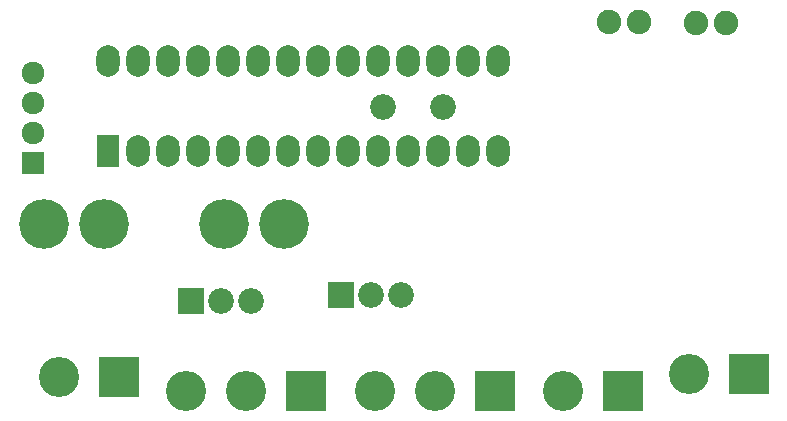
<source format=gts>
G04 (created by PCBNEW (2013-07-07 BZR 4022)-stable) date 10/09/2014 21:53:45*
%MOIN*%
G04 Gerber Fmt 3.4, Leading zero omitted, Abs format*
%FSLAX34Y34*%
G01*
G70*
G90*
G04 APERTURE LIST*
%ADD10C,0.00393701*%
%ADD11C,0.085748*%
%ADD12R,0.085748X0.085748*%
%ADD13C,0.165748*%
%ADD14O,0.077748X0.105748*%
%ADD15R,0.077748X0.105748*%
%ADD16R,0.133848X0.133848*%
%ADD17C,0.133848*%
%ADD18R,0.075748X0.075748*%
%ADD19C,0.075748*%
%ADD20C,0.081748*%
G04 APERTURE END LIST*
G54D10*
G54D11*
X68700Y-42500D03*
X67700Y-42500D03*
G54D12*
X66700Y-42500D03*
G54D13*
X56800Y-40150D03*
X58800Y-40150D03*
X62800Y-40150D03*
X64800Y-40150D03*
G54D11*
X68100Y-36250D03*
X70100Y-36250D03*
G54D14*
X59950Y-37700D03*
X60950Y-37700D03*
X61950Y-37700D03*
X62950Y-37700D03*
X63950Y-37700D03*
X64950Y-37700D03*
X65950Y-37700D03*
X66950Y-37700D03*
X67950Y-37700D03*
X68950Y-37700D03*
X69950Y-37700D03*
X70950Y-37700D03*
X71950Y-37700D03*
G54D15*
X58950Y-37700D03*
G54D14*
X71950Y-34700D03*
X70950Y-34700D03*
X69950Y-34700D03*
X68950Y-34700D03*
X67950Y-34700D03*
X66950Y-34700D03*
X65950Y-34700D03*
X64950Y-34700D03*
X63950Y-34700D03*
X62950Y-34700D03*
X61950Y-34700D03*
X60950Y-34700D03*
X59950Y-34700D03*
X58950Y-34700D03*
G54D16*
X59300Y-45250D03*
G54D17*
X57300Y-45250D03*
G54D16*
X71850Y-45700D03*
G54D17*
X69850Y-45700D03*
X67850Y-45700D03*
G54D16*
X65550Y-45700D03*
G54D17*
X63550Y-45700D03*
X61550Y-45700D03*
G54D18*
X56450Y-38100D03*
G54D19*
X56450Y-37100D03*
X56450Y-36100D03*
X56450Y-35100D03*
G54D16*
X80300Y-45150D03*
G54D17*
X78300Y-45150D03*
G54D20*
X78550Y-33450D03*
X79550Y-33450D03*
X75650Y-33400D03*
X76650Y-33400D03*
G54D16*
X76100Y-45700D03*
G54D17*
X74100Y-45700D03*
G54D11*
X63700Y-42700D03*
X62700Y-42700D03*
G54D12*
X61700Y-42700D03*
M02*

</source>
